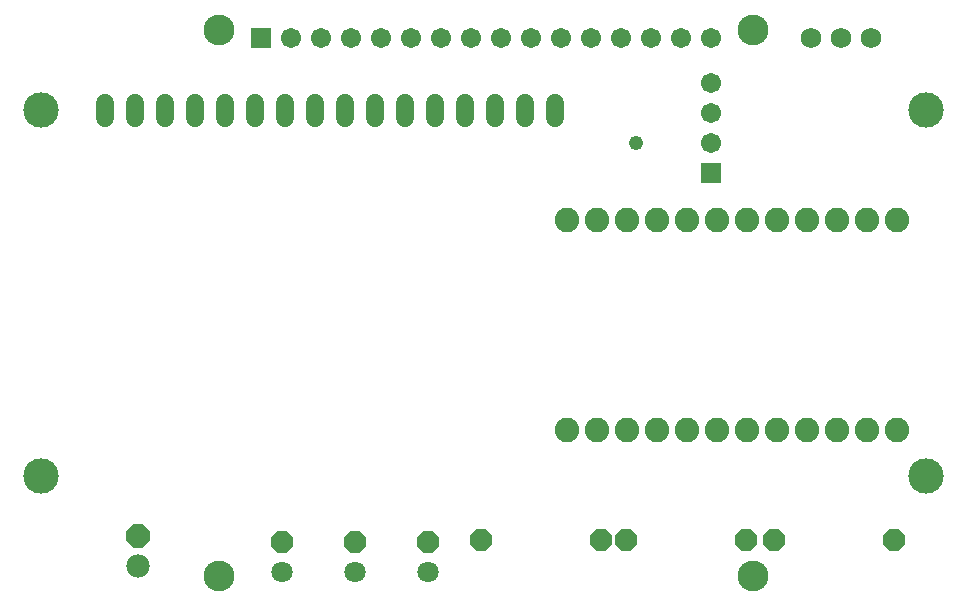
<source format=gbr>
G04 EAGLE Gerber RS-274X export*
G75*
%MOMM*%
%FSLAX34Y34*%
%LPD*%
%INSoldermask Top*%
%IPPOS*%
%AMOC8*
5,1,8,0,0,1.08239X$1,22.5*%
G01*
%ADD10C,2.613197*%
%ADD11R,1.711200X1.711200*%
%ADD12C,1.711200*%
%ADD13P,1.951982X8X112.500000*%
%ADD14C,1.803400*%
%ADD15C,1.511200*%
%ADD16C,3.003200*%
%ADD17C,1.727200*%
%ADD18P,2.034460X8X202.500000*%
%ADD19P,2.034460X8X22.500000*%
%ADD20C,2.082800*%
%ADD21P,2.144431X8X112.500000*%
%ADD22C,1.981200*%
%ADD23C,1.209600*%


D10*
X191680Y20500D03*
X191680Y482800D03*
X643980Y482800D03*
X643980Y20500D03*
D11*
X227330Y476504D03*
D12*
X252730Y476504D03*
X278130Y476504D03*
X303530Y476504D03*
X328930Y476504D03*
X354330Y476504D03*
X379730Y476504D03*
X405130Y476504D03*
X430530Y476504D03*
X455930Y476504D03*
X481330Y476504D03*
X506730Y476504D03*
X532130Y476504D03*
X557530Y476504D03*
X582930Y476504D03*
X608330Y476504D03*
D11*
X608330Y362204D03*
D12*
X608330Y387604D03*
X608330Y413004D03*
X608330Y438404D03*
D13*
X245110Y49784D03*
D14*
X245110Y24384D03*
D15*
X95748Y408324D02*
X95748Y421404D01*
X121148Y421404D02*
X121148Y408324D01*
X146548Y408324D02*
X146548Y421404D01*
X171948Y421404D02*
X171948Y408324D01*
X197348Y408324D02*
X197348Y421404D01*
X222748Y421404D02*
X222748Y408324D01*
X248148Y408324D02*
X248148Y421404D01*
X273548Y421404D02*
X273548Y408324D01*
X298948Y408324D02*
X298948Y421404D01*
X324348Y421404D02*
X324348Y408324D01*
X349748Y408324D02*
X349748Y421404D01*
X375148Y421404D02*
X375148Y408324D01*
X400548Y408324D02*
X400548Y421404D01*
X425948Y421404D02*
X425948Y408324D01*
X451348Y408324D02*
X451348Y421404D01*
X476748Y421404D02*
X476748Y408324D01*
D16*
X41148Y105664D03*
X41148Y414864D03*
X790348Y414864D03*
X790348Y105664D03*
D17*
X693674Y476250D03*
X719074Y476250D03*
X744474Y476250D03*
D18*
X515112Y51054D03*
X413512Y51054D03*
X638048Y51054D03*
X536448Y51054D03*
D19*
X661670Y51054D03*
X763270Y51054D03*
D20*
X765810Y144272D03*
X740410Y144272D03*
X715010Y144272D03*
X689610Y144272D03*
X664210Y144272D03*
X638810Y144272D03*
X613410Y144272D03*
X588010Y144272D03*
X562610Y144272D03*
X537210Y144272D03*
X511810Y144272D03*
X486410Y144272D03*
X486410Y322072D03*
X511810Y322072D03*
X537210Y322072D03*
X562610Y322072D03*
X588010Y322072D03*
X613410Y322072D03*
X638810Y322072D03*
X664210Y322072D03*
X689610Y322072D03*
X715010Y322072D03*
X740410Y322072D03*
X765810Y322072D03*
D21*
X123190Y54610D03*
D22*
X123190Y29210D03*
D13*
X307594Y49784D03*
D14*
X307594Y24384D03*
D13*
X369316Y49784D03*
D14*
X369316Y24384D03*
D23*
X545084Y387604D03*
M02*

</source>
